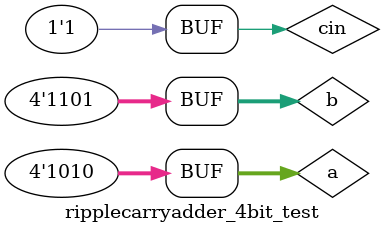
<source format=v>
`timescale 1ns / 1ps


module ripplecarryadder_4bit_test;

	// Inputs
	reg [3:0] a;
	reg [3:0] b;
	reg cin;

	// Outputs
	wire [3:0] sum;
	wire cout;

	// Instantiate the Unit Under Test (UUT)
	ripplecarryadder_4bit uut (
		.a(a), 
		.b(b), 
		.cin(cin), 
		.sum(sum), 
		.cout(cout)
	);

	initial begin
		// Initialize Inputs
		a = 0;
		b = 0;
		cin = 0;										//for carry = 0

		// Wait 100 ns for global reset to finish
		#100;
        
		// Add stimulus here
		 // Add stimulus here
		#10 a = 4'b1000; b = 4'b0010;
		#10 b = 4'b1000; 
		#10 a = 4'b0010;
		#10 a = 4'b0001; b = 4'b0111;
		#10 a = 4'b1010; b = 4'b1011;
		#10 a = 4'b1110; b = 4'b1111;
		#10 a = 4'b1010; b = 4'b1101;
		#10 cin = 1;								//for carry = 1
		#10 a = 4'b1000; b = 4'b0010;
		#10 b = 4'b1000; 
		#10 a = 4'b0010;
		#10 a = 4'b0001; b = 4'b0111;
		#10 a = 4'b1010; b = 4'b1011;
		#10 a = 4'b1110; b = 4'b1111;
		#10 a = 4'b1010; b = 4'b1101;

	end
	
	initial begin
			$monitor("a = %b, b = %b, cin = %b : Sum = %b, Cout = %b",a,b,cin,sum,cout); 
	end
      
endmodule


</source>
